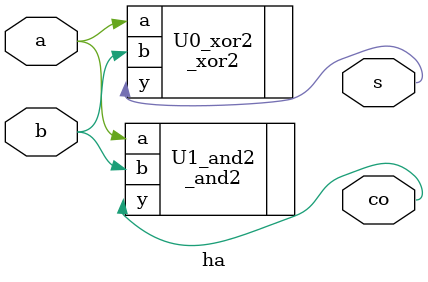
<source format=v>
module ha(a, b, s, co); // define module
	input a, b; // set input and output variables
	output s, co;
	
	_xor2 U0_xor2(.a(a), .b(b), .y(s)); // exclusive or calculation of a and b for sum
	_and2 U1_and2(.a(a), .b(b), .y(co)); // and calculation of a and b for cout

endmodule

</source>
